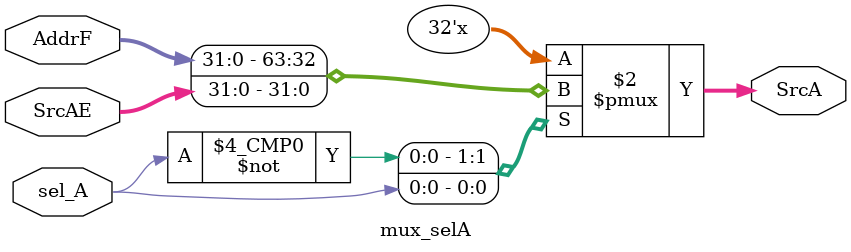
<source format=sv>
module mux_selA (
    input logic         sel_A, //from controller
    input logic  [31:0] SrcAE,AddrF,
    output logic [31:0] SrcA
);
always_comb begin 
    case (sel_A)
       1'b0 : SrcA = AddrF;
       1'b1 : SrcA = SrcAE;
    endcase  
end
endmodule


</source>
